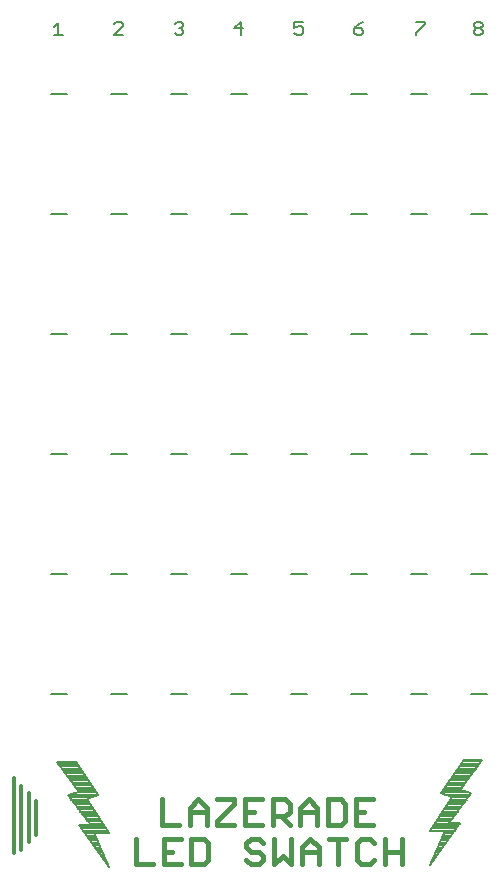
<source format=gto>
G75*
%MOIN*%
%OFA0B0*%
%FSLAX25Y25*%
%IPPOS*%
%LPD*%
%AMOC8*
5,1,8,0,0,1.08239X$1,22.5*
%
%ADD10C,0.00800*%
%ADD11C,0.01500*%
%ADD12C,0.01200*%
D10*
X0217708Y0076458D02*
X0210208Y0086458D01*
X0216458Y0086458D01*
X0223958Y0075208D01*
X0220208Y0073958D01*
X0227708Y0062708D01*
X0222708Y0062708D01*
X0227708Y0051458D01*
X0217708Y0065208D01*
X0221458Y0065208D01*
X0213958Y0075208D01*
X0217708Y0076458D01*
X0217321Y0076975D02*
X0222780Y0076975D01*
X0223313Y0076177D02*
X0216864Y0076177D01*
X0216722Y0077774D02*
X0222248Y0077774D01*
X0221716Y0078572D02*
X0216123Y0078572D01*
X0215524Y0079371D02*
X0221183Y0079371D01*
X0220651Y0080169D02*
X0214925Y0080169D01*
X0214326Y0080968D02*
X0220119Y0080968D01*
X0219586Y0081766D02*
X0213727Y0081766D01*
X0213128Y0082565D02*
X0219054Y0082565D01*
X0218522Y0083363D02*
X0212530Y0083363D01*
X0211931Y0084162D02*
X0217989Y0084162D01*
X0217457Y0084960D02*
X0211332Y0084960D01*
X0210733Y0085759D02*
X0216925Y0085759D01*
X0214468Y0075378D02*
X0223845Y0075378D01*
X0222073Y0074580D02*
X0214430Y0074580D01*
X0215029Y0073781D02*
X0220326Y0073781D01*
X0220859Y0072983D02*
X0215628Y0072983D01*
X0216226Y0072184D02*
X0221391Y0072184D01*
X0221923Y0071386D02*
X0216825Y0071386D01*
X0217424Y0070587D02*
X0222456Y0070587D01*
X0222988Y0069789D02*
X0218023Y0069789D01*
X0218622Y0068990D02*
X0223520Y0068990D01*
X0224053Y0068192D02*
X0219221Y0068192D01*
X0219820Y0067393D02*
X0224585Y0067393D01*
X0225117Y0066595D02*
X0220419Y0066595D01*
X0221017Y0065796D02*
X0225650Y0065796D01*
X0226182Y0064998D02*
X0217862Y0064998D01*
X0218442Y0064199D02*
X0226714Y0064199D01*
X0227247Y0063401D02*
X0219023Y0063401D01*
X0219604Y0062602D02*
X0222756Y0062602D01*
X0223110Y0061804D02*
X0220185Y0061804D01*
X0220765Y0061005D02*
X0223465Y0061005D01*
X0223820Y0060207D02*
X0221346Y0060207D01*
X0221927Y0059408D02*
X0224175Y0059408D01*
X0224530Y0058610D02*
X0222507Y0058610D01*
X0223088Y0057811D02*
X0224885Y0057811D01*
X0225240Y0057012D02*
X0223669Y0057012D01*
X0224250Y0056214D02*
X0225595Y0056214D01*
X0225950Y0055415D02*
X0224830Y0055415D01*
X0225411Y0054617D02*
X0226305Y0054617D01*
X0225992Y0053818D02*
X0226659Y0053818D01*
X0226573Y0053020D02*
X0227014Y0053020D01*
X0227153Y0052221D02*
X0227369Y0052221D01*
X0228146Y0108885D02*
X0233520Y0108885D01*
X0248146Y0108885D02*
X0253520Y0108885D01*
X0268146Y0108885D02*
X0273520Y0108885D01*
X0288146Y0108885D02*
X0293520Y0108885D01*
X0308146Y0108885D02*
X0313520Y0108885D01*
X0328146Y0108885D02*
X0333520Y0108885D01*
X0348146Y0108885D02*
X0353520Y0108885D01*
X0352083Y0087083D02*
X0345833Y0087083D01*
X0338333Y0075833D01*
X0342083Y0074583D01*
X0334583Y0063333D01*
X0339583Y0063333D01*
X0334583Y0052083D01*
X0344583Y0065833D01*
X0340833Y0065833D01*
X0348333Y0075833D01*
X0344583Y0077083D01*
X0352083Y0087083D01*
X0351689Y0086557D02*
X0345483Y0086557D01*
X0344950Y0085759D02*
X0351090Y0085759D01*
X0350491Y0084960D02*
X0344418Y0084960D01*
X0343886Y0084162D02*
X0349892Y0084162D01*
X0349293Y0083363D02*
X0343353Y0083363D01*
X0342821Y0082565D02*
X0348694Y0082565D01*
X0348096Y0081766D02*
X0342289Y0081766D01*
X0341756Y0080968D02*
X0347497Y0080968D01*
X0346898Y0080169D02*
X0341224Y0080169D01*
X0340692Y0079371D02*
X0346299Y0079371D01*
X0345700Y0078572D02*
X0340159Y0078572D01*
X0339627Y0077774D02*
X0345101Y0077774D01*
X0344908Y0076975D02*
X0339095Y0076975D01*
X0338562Y0076177D02*
X0347303Y0076177D01*
X0347992Y0075378D02*
X0339699Y0075378D01*
X0341549Y0073781D02*
X0346794Y0073781D01*
X0346195Y0072983D02*
X0341016Y0072983D01*
X0340484Y0072184D02*
X0345596Y0072184D01*
X0344998Y0071386D02*
X0339952Y0071386D01*
X0339419Y0070587D02*
X0344399Y0070587D01*
X0343800Y0069789D02*
X0338887Y0069789D01*
X0338355Y0068990D02*
X0343201Y0068990D01*
X0342602Y0068192D02*
X0337822Y0068192D01*
X0337290Y0067393D02*
X0342003Y0067393D01*
X0341404Y0066595D02*
X0336758Y0066595D01*
X0336225Y0065796D02*
X0344556Y0065796D01*
X0343976Y0064998D02*
X0335693Y0064998D01*
X0335160Y0064199D02*
X0343395Y0064199D01*
X0342814Y0063401D02*
X0334628Y0063401D01*
X0338903Y0061804D02*
X0341653Y0061804D01*
X0342233Y0062602D02*
X0339258Y0062602D01*
X0338549Y0061005D02*
X0341072Y0061005D01*
X0340491Y0060207D02*
X0338194Y0060207D01*
X0337839Y0059408D02*
X0339910Y0059408D01*
X0339330Y0058610D02*
X0337484Y0058610D01*
X0337129Y0057811D02*
X0338749Y0057811D01*
X0338168Y0057012D02*
X0336774Y0057012D01*
X0336419Y0056214D02*
X0337587Y0056214D01*
X0337007Y0055415D02*
X0336064Y0055415D01*
X0335709Y0054617D02*
X0336426Y0054617D01*
X0335845Y0053818D02*
X0335354Y0053818D01*
X0335265Y0053020D02*
X0335000Y0053020D01*
X0334684Y0052221D02*
X0334645Y0052221D01*
X0342081Y0074580D02*
X0347393Y0074580D01*
X0348146Y0148885D02*
X0353520Y0148885D01*
X0333520Y0148885D02*
X0328146Y0148885D01*
X0313520Y0148885D02*
X0308146Y0148885D01*
X0293520Y0148885D02*
X0288146Y0148885D01*
X0273520Y0148885D02*
X0268146Y0148885D01*
X0253520Y0148885D02*
X0248146Y0148885D01*
X0233520Y0148885D02*
X0228146Y0148885D01*
X0213520Y0148885D02*
X0208146Y0148885D01*
X0208146Y0188885D02*
X0213520Y0188885D01*
X0228146Y0188885D02*
X0233520Y0188885D01*
X0248146Y0188885D02*
X0253520Y0188885D01*
X0268146Y0188885D02*
X0273520Y0188885D01*
X0288146Y0188885D02*
X0293520Y0188885D01*
X0308146Y0188885D02*
X0313520Y0188885D01*
X0328146Y0188885D02*
X0333520Y0188885D01*
X0348146Y0188885D02*
X0353520Y0188885D01*
X0353520Y0228885D02*
X0348146Y0228885D01*
X0333520Y0228885D02*
X0328146Y0228885D01*
X0313520Y0228885D02*
X0308146Y0228885D01*
X0293520Y0228885D02*
X0288146Y0228885D01*
X0273520Y0228885D02*
X0268146Y0228885D01*
X0253520Y0228885D02*
X0248146Y0228885D01*
X0233520Y0228885D02*
X0228146Y0228885D01*
X0213520Y0228885D02*
X0208146Y0228885D01*
X0208146Y0268885D02*
X0213520Y0268885D01*
X0228146Y0268885D02*
X0233520Y0268885D01*
X0248146Y0268885D02*
X0253520Y0268885D01*
X0268146Y0268885D02*
X0273520Y0268885D01*
X0288146Y0268885D02*
X0293520Y0268885D01*
X0308146Y0268885D02*
X0313520Y0268885D01*
X0328146Y0268885D02*
X0333520Y0268885D01*
X0348146Y0268885D02*
X0353520Y0268885D01*
X0353520Y0308885D02*
X0348146Y0308885D01*
X0333520Y0308885D02*
X0328146Y0308885D01*
X0313520Y0308885D02*
X0308146Y0308885D01*
X0293520Y0308885D02*
X0288146Y0308885D01*
X0273520Y0308885D02*
X0268146Y0308885D01*
X0253520Y0308885D02*
X0248146Y0308885D01*
X0233520Y0308885D02*
X0228146Y0308885D01*
X0213520Y0308885D02*
X0208146Y0308885D01*
X0209333Y0328583D02*
X0212136Y0328583D01*
X0210735Y0328583D02*
X0210735Y0332787D01*
X0209333Y0331386D01*
X0229358Y0332236D02*
X0230059Y0332937D01*
X0231460Y0332937D01*
X0232161Y0332236D01*
X0232161Y0331536D01*
X0229358Y0328733D01*
X0232161Y0328733D01*
X0249508Y0329434D02*
X0250209Y0328733D01*
X0251610Y0328733D01*
X0252311Y0329434D01*
X0252311Y0330135D01*
X0251610Y0330835D01*
X0250910Y0330835D01*
X0251610Y0330835D02*
X0252311Y0331536D01*
X0252311Y0332236D01*
X0251610Y0332937D01*
X0250209Y0332937D01*
X0249508Y0332236D01*
X0269358Y0330835D02*
X0272161Y0330835D01*
X0271460Y0328733D02*
X0271460Y0332937D01*
X0269358Y0330835D01*
X0289408Y0330835D02*
X0290810Y0331536D01*
X0291510Y0331536D01*
X0292211Y0330835D01*
X0292211Y0329434D01*
X0291510Y0328733D01*
X0290109Y0328733D01*
X0289408Y0329434D01*
X0289408Y0330835D02*
X0289408Y0332937D01*
X0292211Y0332937D01*
X0309408Y0330835D02*
X0309408Y0329434D01*
X0310109Y0328733D01*
X0311510Y0328733D01*
X0312211Y0329434D01*
X0312211Y0330135D01*
X0311510Y0330835D01*
X0309408Y0330835D01*
X0310810Y0332236D01*
X0312211Y0332937D01*
X0330033Y0332937D02*
X0332836Y0332937D01*
X0332836Y0332236D01*
X0330033Y0329434D01*
X0330033Y0328733D01*
X0349308Y0329434D02*
X0349308Y0330135D01*
X0350009Y0330835D01*
X0351410Y0330835D01*
X0352111Y0330135D01*
X0352111Y0329434D01*
X0351410Y0328733D01*
X0350009Y0328733D01*
X0349308Y0329434D01*
X0350009Y0330835D02*
X0349308Y0331536D01*
X0349308Y0332236D01*
X0350009Y0332937D01*
X0351410Y0332937D01*
X0352111Y0332236D01*
X0352111Y0331536D01*
X0351410Y0330835D01*
X0213520Y0108885D02*
X0208146Y0108885D01*
D11*
X0245333Y0073841D02*
X0245333Y0065333D01*
X0251005Y0065333D01*
X0254541Y0065333D02*
X0254541Y0071005D01*
X0257377Y0073841D01*
X0260213Y0071005D01*
X0260213Y0065333D01*
X0263749Y0065333D02*
X0269421Y0065333D01*
X0272957Y0065333D02*
X0278628Y0065333D01*
X0282165Y0065333D02*
X0282165Y0073841D01*
X0286418Y0073841D01*
X0287836Y0072423D01*
X0287836Y0069587D01*
X0286418Y0068169D01*
X0282165Y0068169D01*
X0285001Y0068169D02*
X0287836Y0065333D01*
X0291373Y0065333D02*
X0291373Y0071005D01*
X0294208Y0073841D01*
X0297044Y0071005D01*
X0297044Y0065333D01*
X0300580Y0065333D02*
X0304834Y0065333D01*
X0306252Y0066751D01*
X0306252Y0072423D01*
X0304834Y0073841D01*
X0300580Y0073841D01*
X0300580Y0065333D01*
X0301038Y0060716D02*
X0306710Y0060716D01*
X0303874Y0060716D02*
X0303874Y0052208D01*
X0297502Y0052208D02*
X0297502Y0057880D01*
X0294666Y0060716D01*
X0291830Y0057880D01*
X0291830Y0052208D01*
X0288294Y0052208D02*
X0288294Y0060716D01*
X0291830Y0056462D02*
X0297502Y0056462D01*
X0288294Y0052208D02*
X0285458Y0055044D01*
X0282623Y0052208D01*
X0282623Y0060716D01*
X0279086Y0059298D02*
X0277668Y0060716D01*
X0274833Y0060716D01*
X0273415Y0059298D01*
X0273415Y0057880D01*
X0274833Y0056462D01*
X0277668Y0056462D01*
X0279086Y0055044D01*
X0279086Y0053626D01*
X0277668Y0052208D01*
X0274833Y0052208D01*
X0273415Y0053626D01*
X0260671Y0053626D02*
X0260671Y0059298D01*
X0259253Y0060716D01*
X0254999Y0060716D01*
X0254999Y0052208D01*
X0259253Y0052208D01*
X0260671Y0053626D01*
X0251463Y0052208D02*
X0245791Y0052208D01*
X0245791Y0060716D01*
X0251463Y0060716D01*
X0248627Y0056462D02*
X0245791Y0056462D01*
X0242255Y0052208D02*
X0236583Y0052208D01*
X0236583Y0060716D01*
X0254541Y0069587D02*
X0260213Y0069587D01*
X0263749Y0066751D02*
X0263749Y0065333D01*
X0263749Y0066751D02*
X0269421Y0072423D01*
X0269421Y0073841D01*
X0263749Y0073841D01*
X0272957Y0073841D02*
X0272957Y0065333D01*
X0272957Y0069587D02*
X0275793Y0069587D01*
X0278628Y0073841D02*
X0272957Y0073841D01*
X0291373Y0069587D02*
X0297044Y0069587D01*
X0309788Y0069587D02*
X0312624Y0069587D01*
X0309788Y0073841D02*
X0309788Y0065333D01*
X0315460Y0065333D01*
X0314500Y0060716D02*
X0311664Y0060716D01*
X0310246Y0059298D01*
X0310246Y0053626D01*
X0311664Y0052208D01*
X0314500Y0052208D01*
X0315918Y0053626D01*
X0319454Y0052208D02*
X0319454Y0060716D01*
X0315918Y0059298D02*
X0314500Y0060716D01*
X0319454Y0056462D02*
X0325126Y0056462D01*
X0325126Y0060716D02*
X0325126Y0052208D01*
X0315460Y0073841D02*
X0309788Y0073841D01*
D12*
X0195833Y0080833D02*
X0195833Y0055833D01*
X0198333Y0057083D02*
X0198333Y0078333D01*
X0200833Y0075833D02*
X0200833Y0059583D01*
X0203333Y0062083D02*
X0203333Y0073333D01*
M02*

</source>
